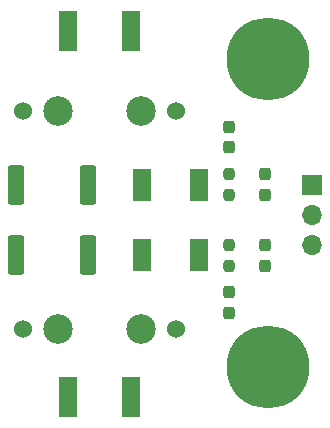
<source format=gbr>
%TF.GenerationSoftware,KiCad,Pcbnew,(5.99.0-12374-g2479e1d7b1)*%
%TF.CreationDate,2021-11-10T00:42:55+03:00*%
%TF.ProjectId,swr,7377722e-6b69-4636-9164-5f7063625858,rev?*%
%TF.SameCoordinates,Original*%
%TF.FileFunction,Soldermask,Bot*%
%TF.FilePolarity,Negative*%
%FSLAX46Y46*%
G04 Gerber Fmt 4.6, Leading zero omitted, Abs format (unit mm)*
G04 Created by KiCad (PCBNEW (5.99.0-12374-g2479e1d7b1)) date 2021-11-10 00:42:55*
%MOMM*%
%LPD*%
G01*
G04 APERTURE LIST*
G04 Aperture macros list*
%AMRoundRect*
0 Rectangle with rounded corners*
0 $1 Rounding radius*
0 $2 $3 $4 $5 $6 $7 $8 $9 X,Y pos of 4 corners*
0 Add a 4 corners polygon primitive as box body*
4,1,4,$2,$3,$4,$5,$6,$7,$8,$9,$2,$3,0*
0 Add four circle primitives for the rounded corners*
1,1,$1+$1,$2,$3*
1,1,$1+$1,$4,$5*
1,1,$1+$1,$6,$7*
1,1,$1+$1,$8,$9*
0 Add four rect primitives between the rounded corners*
20,1,$1+$1,$2,$3,$4,$5,0*
20,1,$1+$1,$4,$5,$6,$7,0*
20,1,$1+$1,$6,$7,$8,$9,0*
20,1,$1+$1,$8,$9,$2,$3,0*%
G04 Aperture macros list end*
%ADD10R,1.500000X3.500000*%
%ADD11R,1.700000X1.700000*%
%ADD12O,1.700000X1.700000*%
%ADD13C,1.524000*%
%ADD14C,2.500000*%
%ADD15C,7.000000*%
%ADD16RoundRect,0.237500X0.237500X-0.300000X0.237500X0.300000X-0.237500X0.300000X-0.237500X-0.300000X0*%
%ADD17R,1.500000X2.700000*%
%ADD18RoundRect,0.237500X0.237500X-0.250000X0.237500X0.250000X-0.237500X0.250000X-0.237500X-0.250000X0*%
%ADD19RoundRect,0.249999X-0.450001X-1.425001X0.450001X-1.425001X0.450001X1.425001X-0.450001X1.425001X0*%
%ADD20RoundRect,0.249999X0.450001X1.425001X-0.450001X1.425001X-0.450001X-1.425001X0.450001X-1.425001X0*%
%ADD21RoundRect,0.237500X-0.237500X0.250000X-0.237500X-0.250000X0.237500X-0.250000X0.237500X0.250000X0*%
G04 APERTURE END LIST*
D10*
%TO.C,J1*%
X144300000Y-70000000D03*
X149700000Y-70000000D03*
%TD*%
%TO.C,J2*%
X144300000Y-101000000D03*
X149700000Y-101000000D03*
%TD*%
D11*
%TO.C,J3*%
X165000000Y-83000000D03*
D12*
X165000000Y-85540000D03*
X165000000Y-88080000D03*
%TD*%
D13*
%TO.C,T1*%
X140500000Y-76750000D03*
D14*
X143500000Y-76750000D03*
X150500000Y-76750000D03*
D13*
X153500000Y-76750000D03*
X140500000Y-95250000D03*
D14*
X143500000Y-95250000D03*
X150500000Y-95250000D03*
D13*
X153500000Y-95250000D03*
%TD*%
D15*
%TO.C,H2*%
X161290000Y-98425000D03*
%TD*%
%TO.C,H1*%
X161290000Y-72390000D03*
%TD*%
D16*
%TO.C,C1*%
X158000000Y-93862500D03*
X158000000Y-92137500D03*
%TD*%
%TO.C,C3*%
X158000000Y-79862500D03*
X158000000Y-78137500D03*
%TD*%
%TO.C,C4*%
X161000000Y-83862500D03*
X161000000Y-82137500D03*
%TD*%
D17*
%TO.C,D1*%
X155400000Y-89000000D03*
X150600000Y-89000000D03*
%TD*%
%TO.C,D2*%
X155400000Y-83000000D03*
X150600000Y-83000000D03*
%TD*%
D18*
%TO.C,R1*%
X158000000Y-89912500D03*
X158000000Y-88087500D03*
%TD*%
D19*
%TO.C,R2*%
X139950000Y-89000000D03*
X146050000Y-89000000D03*
%TD*%
D20*
%TO.C,R3*%
X146050000Y-83000000D03*
X139950000Y-83000000D03*
%TD*%
D21*
%TO.C,R4*%
X158000000Y-82087500D03*
X158000000Y-83912500D03*
%TD*%
D16*
%TO.C,C2*%
X161000000Y-89862500D03*
X161000000Y-88137500D03*
%TD*%
M02*

</source>
